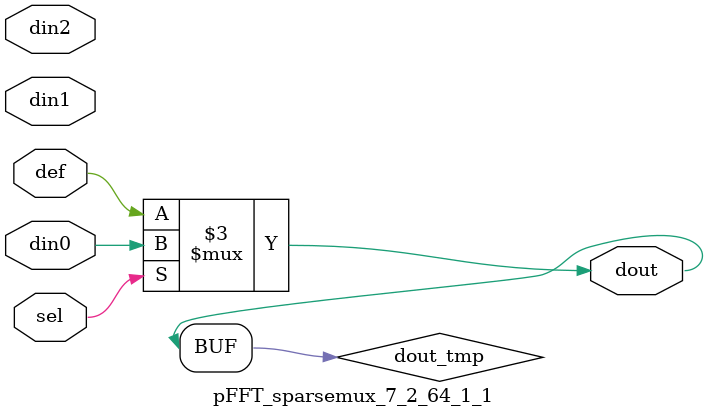
<source format=v>
`timescale 1ns / 1ps

module pFFT_sparsemux_7_2_64_1_1 (din0,din1,din2,def,sel,dout);

parameter din0_WIDTH = 1;

parameter din1_WIDTH = 1;

parameter din2_WIDTH = 1;

parameter def_WIDTH = 1;
parameter sel_WIDTH = 1;
parameter dout_WIDTH = 1;

parameter [sel_WIDTH-1:0] CASE0 = 1;

parameter [sel_WIDTH-1:0] CASE1 = 1;

parameter [sel_WIDTH-1:0] CASE2 = 1;

parameter ID = 1;
parameter NUM_STAGE = 1;



input [din0_WIDTH-1:0] din0;

input [din1_WIDTH-1:0] din1;

input [din2_WIDTH-1:0] din2;

input [def_WIDTH-1:0] def;
input [sel_WIDTH-1:0] sel;

output [dout_WIDTH-1:0] dout;



reg [dout_WIDTH-1:0] dout_tmp;


always @ (*) begin
(* parallel_case *) case (sel)
    
    CASE0 : dout_tmp = din0;
    
    CASE1 : dout_tmp = din1;
    
    CASE2 : dout_tmp = din2;
    
    default : dout_tmp = def;
endcase
end


assign dout = dout_tmp;



endmodule

</source>
